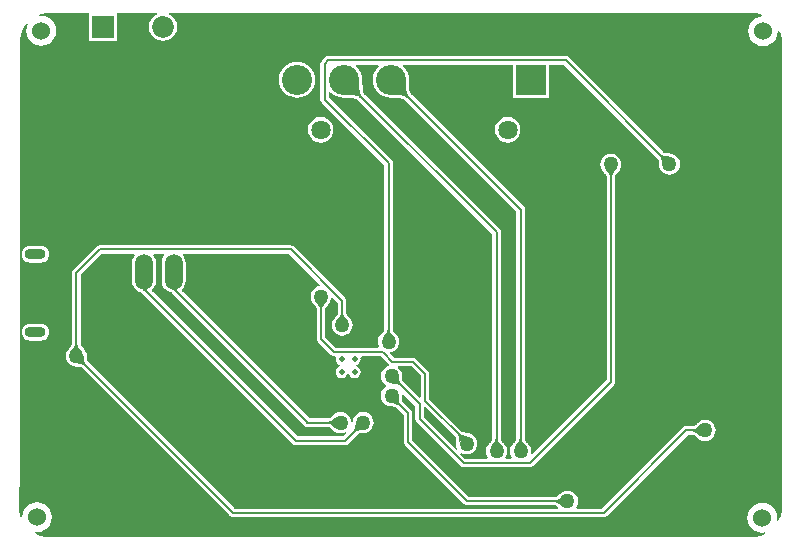
<source format=gbl>
G04*
G04 #@! TF.GenerationSoftware,Altium Limited,Altium Designer,19.1.5 (86)*
G04*
G04 Layer_Physical_Order=2*
G04 Layer_Color=16711680*
%FSLAX25Y25*%
%MOIN*%
G70*
G01*
G75*
%ADD53C,0.00800*%
%ADD54O,0.05937X0.11874*%
%ADD55C,0.06417*%
%ADD56R,0.10039X0.10039*%
%ADD57C,0.10039*%
%ADD58R,0.07284X0.07284*%
%ADD59C,0.07284*%
%ADD60O,0.07087X0.03543*%
%ADD61C,0.01968*%
%ADD62C,0.06000*%
%ADD63C,0.02362*%
%ADD64C,0.05000*%
G36*
X10000Y176171D02*
X23670D01*
X24158Y176142D01*
X24158Y175671D01*
Y166858D01*
X33442D01*
Y175671D01*
X33442Y176142D01*
X33930Y176171D01*
X46640D01*
X46740Y175671D01*
X46459Y175555D01*
X45489Y174811D01*
X44745Y173841D01*
X44278Y172712D01*
X44118Y171500D01*
X44278Y170288D01*
X44745Y169159D01*
X45489Y168190D01*
X46459Y167446D01*
X47588Y166978D01*
X48800Y166818D01*
X50012Y166978D01*
X51141Y167446D01*
X52110Y168190D01*
X52855Y169159D01*
X53322Y170288D01*
X53482Y171500D01*
X53322Y172712D01*
X52855Y173841D01*
X52110Y174811D01*
X51141Y175555D01*
X50860Y175671D01*
X50960Y176171D01*
X246100D01*
X246166Y176184D01*
X248017Y175816D01*
X248630Y175562D01*
X248563Y175048D01*
X247511Y174910D01*
X246310Y174413D01*
X245279Y173621D01*
X244488Y172590D01*
X243990Y171389D01*
X243820Y170100D01*
X243990Y168811D01*
X244488Y167610D01*
X245279Y166579D01*
X246310Y165787D01*
X247511Y165290D01*
X248800Y165120D01*
X250089Y165290D01*
X251290Y165787D01*
X252321Y166579D01*
X253113Y167610D01*
X253610Y168811D01*
X253780Y170100D01*
X254273Y170187D01*
X254716Y169117D01*
X255084Y167266D01*
X255071Y167200D01*
Y10400D01*
X255074Y10384D01*
X254716Y8583D01*
X253962Y6763D01*
X253927Y6712D01*
X253447Y6893D01*
X253580Y7900D01*
X253410Y9189D01*
X252912Y10390D01*
X252121Y11421D01*
X251090Y12212D01*
X249889Y12710D01*
X248600Y12880D01*
X247311Y12710D01*
X246110Y12212D01*
X245079Y11421D01*
X244287Y10390D01*
X243790Y9189D01*
X243620Y7900D01*
X243790Y6611D01*
X244287Y5410D01*
X245079Y4379D01*
X246110Y3588D01*
X247311Y3090D01*
X248600Y2920D01*
X249497Y3038D01*
X249627Y2551D01*
X248017Y1884D01*
X246085Y1500D01*
X9815D01*
X7883Y1884D01*
X6063Y2638D01*
X5923Y2732D01*
X6104Y3212D01*
X6800Y3120D01*
X8089Y3290D01*
X9290Y3788D01*
X10321Y4579D01*
X11112Y5610D01*
X11610Y6811D01*
X11780Y8100D01*
X11610Y9389D01*
X11112Y10590D01*
X10321Y11621D01*
X9290Y12412D01*
X8089Y12910D01*
X6800Y13080D01*
X5511Y12910D01*
X4310Y12412D01*
X3279Y11621D01*
X2488Y10590D01*
X1990Y9389D01*
X1846Y8293D01*
X1333Y8225D01*
X1184Y8583D01*
X826Y10384D01*
X829Y10400D01*
Y17690D01*
X913Y17815D01*
X1029Y18400D01*
Y167200D01*
X1016Y167266D01*
X1384Y169117D01*
X2138Y170937D01*
X3232Y172575D01*
X3345Y172687D01*
X3769Y172404D01*
X3390Y171489D01*
X3220Y170200D01*
X3390Y168911D01*
X3887Y167710D01*
X4679Y166679D01*
X5710Y165887D01*
X6911Y165390D01*
X8200Y165220D01*
X9489Y165390D01*
X10690Y165887D01*
X11721Y166679D01*
X12513Y167710D01*
X13010Y168911D01*
X13180Y170200D01*
X13010Y171489D01*
X12513Y172690D01*
X11721Y173721D01*
X10690Y174513D01*
X9489Y175010D01*
X8200Y175180D01*
X7693Y175113D01*
X7562Y175600D01*
X8083Y175816D01*
X9934Y176184D01*
X10000Y176171D01*
D02*
G37*
%LPC*%
G36*
X93547Y159949D02*
X92367Y159833D01*
X91233Y159488D01*
X90187Y158929D01*
X89270Y158177D01*
X88518Y157261D01*
X87959Y156215D01*
X87615Y155080D01*
X87498Y153900D01*
X87615Y152720D01*
X87959Y151585D01*
X88518Y150540D01*
X89270Y149623D01*
X90187Y148871D01*
X91233Y148312D01*
X92367Y147967D01*
X93547Y147851D01*
X94727Y147967D01*
X95862Y148312D01*
X96908Y148871D01*
X97824Y149623D01*
X98577Y150540D01*
X99136Y151585D01*
X99480Y152720D01*
X99596Y153900D01*
X99480Y155080D01*
X99136Y156215D01*
X98577Y157261D01*
X97824Y158177D01*
X96908Y158929D01*
X95862Y159488D01*
X94727Y159833D01*
X93547Y159949D01*
D02*
G37*
G36*
X163705Y141452D02*
X162606Y141307D01*
X161582Y140883D01*
X160703Y140209D01*
X160029Y139330D01*
X159604Y138306D01*
X159460Y137207D01*
X159604Y136108D01*
X160029Y135085D01*
X160703Y134205D01*
X161582Y133531D01*
X162606Y133107D01*
X163705Y132962D01*
X164803Y133107D01*
X165827Y133531D01*
X166706Y134205D01*
X167381Y135085D01*
X167805Y136108D01*
X167950Y137207D01*
X167805Y138306D01*
X167381Y139330D01*
X166706Y140209D01*
X165827Y140883D01*
X164803Y141307D01*
X163705Y141452D01*
D02*
G37*
G36*
X101342D02*
X100244Y141307D01*
X99220Y140883D01*
X98341Y140209D01*
X97666Y139330D01*
X97242Y138306D01*
X97097Y137207D01*
X97242Y136108D01*
X97666Y135085D01*
X98341Y134205D01*
X99220Y133531D01*
X100244Y133107D01*
X101342Y132962D01*
X102441Y133107D01*
X103465Y133531D01*
X104344Y134205D01*
X105019Y135085D01*
X105443Y136108D01*
X105587Y137207D01*
X105443Y138306D01*
X105019Y139330D01*
X104344Y140209D01*
X103465Y140883D01*
X102441Y141307D01*
X101342Y141452D01*
D02*
G37*
G36*
X183080Y161747D02*
X183080Y161747D01*
X103920D01*
X103373Y161638D01*
X102910Y161329D01*
X102910Y161329D01*
X101709Y160127D01*
X101399Y159664D01*
X101291Y159118D01*
X101291Y159118D01*
Y147282D01*
X101291Y147282D01*
X101399Y146736D01*
X101709Y146273D01*
X122573Y125409D01*
Y70527D01*
X122563Y70482D01*
X122532Y70392D01*
X122477Y70273D01*
X122394Y70128D01*
X122282Y69960D01*
X122148Y69782D01*
X121760Y69340D01*
X121567Y69144D01*
X121504Y69096D01*
X120943Y68365D01*
X120590Y67514D01*
X120470Y66600D01*
X120590Y65686D01*
X120843Y65077D01*
X120547Y64577D01*
X106542D01*
X102927Y68191D01*
Y77673D01*
X102937Y77718D01*
X102968Y77808D01*
X103023Y77927D01*
X103106Y78072D01*
X103218Y78240D01*
X103352Y78418D01*
X103740Y78860D01*
X103933Y79056D01*
X103996Y79104D01*
X104557Y79835D01*
X104910Y80686D01*
X104953Y81010D01*
X105426Y81171D01*
X107073Y79524D01*
Y76027D01*
X107063Y75982D01*
X107032Y75892D01*
X106977Y75773D01*
X106894Y75628D01*
X106782Y75460D01*
X106648Y75282D01*
X106260Y74840D01*
X106067Y74645D01*
X106004Y74596D01*
X105443Y73865D01*
X105090Y73014D01*
X104970Y72100D01*
X105090Y71186D01*
X105443Y70335D01*
X106004Y69604D01*
X106735Y69043D01*
X107586Y68690D01*
X108500Y68570D01*
X109414Y68690D01*
X110265Y69043D01*
X110996Y69604D01*
X111557Y70335D01*
X111910Y71186D01*
X112030Y72100D01*
X111910Y73014D01*
X111557Y73865D01*
X110996Y74596D01*
X110933Y74645D01*
X110740Y74840D01*
X110352Y75282D01*
X110218Y75460D01*
X110106Y75628D01*
X110023Y75773D01*
X109968Y75892D01*
X109937Y75982D01*
X109927Y76027D01*
Y80115D01*
X109927Y80115D01*
X109819Y80662D01*
X109509Y81125D01*
X109509Y81125D01*
X92325Y98309D01*
X91862Y98619D01*
X91315Y98727D01*
X91315Y98727D01*
X27700D01*
X27154Y98619D01*
X26691Y98309D01*
X26691Y98309D01*
X18864Y90483D01*
X18554Y90020D01*
X18446Y89473D01*
X18446Y89473D01*
Y65723D01*
X18436Y65678D01*
X18405Y65587D01*
X18349Y65466D01*
X18266Y65318D01*
X18154Y65148D01*
X18019Y64967D01*
X17633Y64518D01*
X17460Y64339D01*
X17404Y64296D01*
X16843Y63565D01*
X16490Y62714D01*
X16370Y61800D01*
X16490Y60886D01*
X16843Y60035D01*
X17404Y59304D01*
X18135Y58743D01*
X18986Y58390D01*
X19900Y58270D01*
X19979Y58280D01*
X20254Y58278D01*
X20840Y58240D01*
X21062Y58209D01*
X21259Y58170D01*
X21420Y58126D01*
X21543Y58080D01*
X21629Y58039D01*
X21667Y58014D01*
X71191Y8491D01*
X71191Y8491D01*
X71654Y8181D01*
X72200Y8073D01*
X72200Y8073D01*
X195700D01*
X195700Y8073D01*
X196246Y8181D01*
X196709Y8491D01*
X223791Y35573D01*
X225573D01*
X225618Y35563D01*
X225708Y35532D01*
X225827Y35477D01*
X225972Y35394D01*
X226140Y35282D01*
X226318Y35148D01*
X226760Y34760D01*
X226956Y34567D01*
X227004Y34504D01*
X227735Y33943D01*
X228586Y33590D01*
X229500Y33470D01*
X230414Y33590D01*
X231265Y33943D01*
X231996Y34504D01*
X232557Y35235D01*
X232910Y36086D01*
X233030Y37000D01*
X232910Y37914D01*
X232557Y38765D01*
X231996Y39496D01*
X231265Y40057D01*
X230414Y40410D01*
X229500Y40530D01*
X228586Y40410D01*
X227735Y40057D01*
X227004Y39496D01*
X226956Y39433D01*
X226760Y39240D01*
X226318Y38852D01*
X226140Y38718D01*
X225972Y38606D01*
X225827Y38523D01*
X225708Y38468D01*
X225618Y38437D01*
X225573Y38427D01*
X223200D01*
X222654Y38319D01*
X222191Y38009D01*
X222191Y38009D01*
X195109Y10927D01*
X186680D01*
X186459Y11376D01*
X186657Y11635D01*
X187010Y12486D01*
X187130Y13400D01*
X187010Y14314D01*
X186657Y15165D01*
X186096Y15896D01*
X185365Y16457D01*
X184514Y16810D01*
X183600Y16930D01*
X182686Y16810D01*
X181835Y16457D01*
X181104Y15896D01*
X181055Y15833D01*
X180860Y15640D01*
X180418Y15252D01*
X180240Y15118D01*
X180072Y15006D01*
X179927Y14923D01*
X179808Y14868D01*
X179718Y14837D01*
X179673Y14827D01*
X150791D01*
X131827Y33791D01*
Y42715D01*
X131719Y43262D01*
X131409Y43725D01*
X131409Y43725D01*
X128563Y46571D01*
X128541Y46606D01*
X128509Y46676D01*
X128476Y46777D01*
X128448Y46913D01*
X128427Y47082D01*
X128419Y47271D01*
X128446Y47801D01*
X128484Y48105D01*
X128478Y48201D01*
X128530Y48600D01*
X128493Y48881D01*
X128967Y49115D01*
X132929Y45153D01*
Y40729D01*
X132929Y40729D01*
X133037Y40182D01*
X133347Y39719D01*
X147975Y25091D01*
X147975Y25091D01*
X148438Y24781D01*
X148985Y24673D01*
X171000D01*
X171000Y24673D01*
X171546Y24781D01*
X172009Y25091D01*
X199109Y52191D01*
X199109Y52191D01*
X199419Y52654D01*
X199527Y53200D01*
X199527Y53200D01*
Y121773D01*
X199537Y121818D01*
X199568Y121908D01*
X199623Y122027D01*
X199706Y122172D01*
X199818Y122340D01*
X199952Y122518D01*
X200340Y122960D01*
X200533Y123155D01*
X200596Y123204D01*
X201157Y123935D01*
X201510Y124786D01*
X201630Y125700D01*
X201510Y126614D01*
X201157Y127465D01*
X200596Y128196D01*
X199865Y128757D01*
X199014Y129110D01*
X198100Y129230D01*
X197186Y129110D01*
X196335Y128757D01*
X195604Y128196D01*
X195043Y127465D01*
X194690Y126614D01*
X194570Y125700D01*
X194690Y124786D01*
X195043Y123935D01*
X195604Y123204D01*
X195667Y123155D01*
X195860Y122960D01*
X196248Y122518D01*
X196382Y122340D01*
X196494Y122172D01*
X196577Y122027D01*
X196632Y121908D01*
X196663Y121818D01*
X196673Y121773D01*
Y53791D01*
X171869Y28987D01*
X171526Y29136D01*
X171417Y29243D01*
X171530Y30100D01*
X171410Y31014D01*
X171057Y31865D01*
X170496Y32596D01*
X170433Y32645D01*
X170240Y32840D01*
X169852Y33282D01*
X169718Y33460D01*
X169606Y33628D01*
X169523Y33773D01*
X169468Y33892D01*
X169437Y33982D01*
X169427Y34027D01*
Y110628D01*
X169427Y110628D01*
X169319Y111175D01*
X169009Y111638D01*
X169009Y111638D01*
X131392Y149255D01*
X131343Y149316D01*
X131254Y149477D01*
X131152Y149733D01*
X131053Y150080D01*
X130963Y150513D01*
X130891Y151008D01*
X130769Y153043D01*
X130768Y153802D01*
X130777Y153900D01*
X130661Y155080D01*
X130317Y156215D01*
X129758Y157261D01*
X129006Y158177D01*
X128708Y158422D01*
X128876Y158892D01*
X165480D01*
Y147880D01*
X177520D01*
Y158892D01*
X182489D01*
X213814Y127568D01*
X213839Y127529D01*
X213880Y127443D01*
X213926Y127320D01*
X213970Y127159D01*
X214009Y126962D01*
X214040Y126740D01*
X214078Y126154D01*
X214080Y125879D01*
X214070Y125800D01*
X214190Y124886D01*
X214543Y124035D01*
X215104Y123304D01*
X215835Y122743D01*
X216686Y122390D01*
X217600Y122270D01*
X218514Y122390D01*
X219365Y122743D01*
X220096Y123304D01*
X220657Y124035D01*
X221010Y124886D01*
X221130Y125800D01*
X221010Y126714D01*
X220657Y127565D01*
X220096Y128296D01*
X219365Y128857D01*
X218514Y129210D01*
X217600Y129330D01*
X217521Y129320D01*
X217246Y129322D01*
X216660Y129360D01*
X216438Y129391D01*
X216241Y129430D01*
X216080Y129474D01*
X215957Y129520D01*
X215871Y129561D01*
X215832Y129586D01*
X184090Y161329D01*
X183627Y161638D01*
X183080Y161747D01*
D02*
G37*
G36*
X8040Y98488D02*
X4497D01*
X3773Y98392D01*
X3099Y98113D01*
X2520Y97669D01*
X2076Y97090D01*
X1797Y96416D01*
X1701Y95692D01*
X1797Y94969D01*
X2076Y94294D01*
X2520Y93715D01*
X3099Y93271D01*
X3773Y92992D01*
X4497Y92897D01*
X8040D01*
X8764Y92992D01*
X9438Y93271D01*
X10017Y93715D01*
X10461Y94294D01*
X10740Y94969D01*
X10836Y95692D01*
X10740Y96416D01*
X10461Y97090D01*
X10017Y97669D01*
X9438Y98113D01*
X8764Y98392D01*
X8040Y98488D01*
D02*
G37*
G36*
Y72503D02*
X4497D01*
X3773Y72408D01*
X3099Y72129D01*
X2520Y71685D01*
X2076Y71106D01*
X1797Y70431D01*
X1701Y69708D01*
X1797Y68984D01*
X2076Y68310D01*
X2520Y67731D01*
X3099Y67287D01*
X3773Y67008D01*
X4497Y66912D01*
X8040D01*
X8764Y67008D01*
X9438Y67287D01*
X10017Y67731D01*
X10461Y68310D01*
X10740Y68984D01*
X10836Y69708D01*
X10740Y70431D01*
X10461Y71106D01*
X10017Y71685D01*
X9438Y72129D01*
X8764Y72408D01*
X8040Y72503D01*
D02*
G37*
%LPD*%
G36*
X129749Y153012D02*
X129876Y150903D01*
X129959Y150336D01*
X130062Y149837D01*
X130186Y149405D01*
X130330Y149040D01*
X130494Y148744D01*
X130679Y148515D01*
X130113Y147949D01*
X129885Y148134D01*
X129588Y148299D01*
X129224Y148443D01*
X128792Y148566D01*
X128292Y148670D01*
X127725Y148752D01*
X126387Y148857D01*
X124778Y148881D01*
X129748Y153850D01*
X129749Y153012D01*
D02*
G37*
G36*
X114159D02*
X114285Y150903D01*
X114368Y150336D01*
X114471Y149837D01*
X114595Y149405D01*
X114739Y149040D01*
X114904Y148744D01*
X115088Y148515D01*
X114523Y147949D01*
X114294Y148134D01*
X113997Y148299D01*
X113633Y148443D01*
X113201Y148566D01*
X112702Y148670D01*
X112134Y148752D01*
X110797Y148857D01*
X109188Y148881D01*
X114157Y153850D01*
X114159Y153012D01*
D02*
G37*
G36*
X215212Y128773D02*
X215371Y128671D01*
X215557Y128580D01*
X215768Y128503D01*
X216005Y128438D01*
X216268Y128385D01*
X216556Y128345D01*
X217210Y128302D01*
X217575Y128300D01*
X215100Y125825D01*
X215098Y126190D01*
X215055Y126844D01*
X215015Y127132D01*
X214962Y127395D01*
X214897Y127631D01*
X214820Y127843D01*
X214729Y128029D01*
X214627Y128189D01*
X214511Y128323D01*
X215077Y128888D01*
X215212Y128773D01*
D02*
G37*
G36*
X199593Y123655D02*
X199162Y123162D01*
X198986Y122930D01*
X198837Y122707D01*
X198716Y122494D01*
X198621Y122290D01*
X198554Y122094D01*
X198513Y121909D01*
X198500Y121732D01*
X197700D01*
X197687Y121909D01*
X197646Y122094D01*
X197579Y122290D01*
X197484Y122494D01*
X197362Y122707D01*
X197214Y122930D01*
X197038Y123162D01*
X196607Y123655D01*
X196350Y123915D01*
X199850D01*
X199593Y123655D01*
D02*
G37*
G36*
X43512Y84159D02*
X43437Y84137D01*
X43387Y84102D01*
X43363Y84052D01*
X43364Y83988D01*
X43390Y83910D01*
X43442Y83818D01*
X43520Y83712D01*
X43623Y83592D01*
X43751Y83458D01*
X42680Y83398D01*
X42529Y83543D01*
X42242Y83786D01*
X42104Y83885D01*
X41971Y83969D01*
X41842Y84037D01*
X41717Y84091D01*
X41597Y84128D01*
X41481Y84151D01*
X41369Y84158D01*
X43613Y84166D01*
X43512Y84159D01*
D02*
G37*
G36*
X53493Y84221D02*
X53424Y84193D01*
X53379Y84153D01*
X53358Y84099D01*
X53362Y84032D01*
X53390Y83952D01*
X53443Y83860D01*
X53520Y83754D01*
X53622Y83636D01*
X53747Y83504D01*
X52744Y83376D01*
X52599Y83515D01*
X52323Y83747D01*
X52192Y83840D01*
X52065Y83917D01*
X51943Y83979D01*
X51825Y84025D01*
X51712Y84056D01*
X51603Y84071D01*
X51498Y84071D01*
X53586Y84236D01*
X53493Y84221D01*
D02*
G37*
G36*
X102994Y79555D02*
X102561Y79062D01*
X102386Y78830D01*
X102237Y78607D01*
X102116Y78394D01*
X102022Y78189D01*
X101954Y77994D01*
X101913Y77809D01*
X101900Y77632D01*
X101100D01*
X101086Y77809D01*
X101046Y77994D01*
X100979Y78189D01*
X100884Y78394D01*
X100762Y78607D01*
X100614Y78830D01*
X100438Y79062D01*
X100006Y79555D01*
X99750Y79815D01*
X103250D01*
X102994Y79555D01*
D02*
G37*
G36*
X108914Y75891D02*
X108954Y75706D01*
X109021Y75511D01*
X109116Y75306D01*
X109238Y75093D01*
X109386Y74870D01*
X109562Y74638D01*
X109994Y74145D01*
X110250Y73885D01*
X106750D01*
X107007Y74145D01*
X107439Y74638D01*
X107614Y74870D01*
X107763Y75093D01*
X107884Y75306D01*
X107978Y75511D01*
X108046Y75706D01*
X108087Y75891D01*
X108100Y76068D01*
X108900D01*
X108914Y75891D01*
D02*
G37*
G36*
X124414Y70391D02*
X124454Y70206D01*
X124522Y70011D01*
X124616Y69806D01*
X124738Y69593D01*
X124886Y69370D01*
X125062Y69138D01*
X125494Y68645D01*
X125750Y68385D01*
X122250D01*
X122506Y68645D01*
X122939Y69138D01*
X123114Y69370D01*
X123263Y69593D01*
X123384Y69806D01*
X123478Y70011D01*
X123546Y70206D01*
X123586Y70391D01*
X123600Y70568D01*
X124400D01*
X124414Y70391D01*
D02*
G37*
G36*
X20287Y65595D02*
X20327Y65408D01*
X20395Y65213D01*
X20490Y65010D01*
X20613Y64797D01*
X20762Y64576D01*
X20938Y64346D01*
X21373Y63860D01*
X21631Y63604D01*
X18131Y63566D01*
X18386Y63830D01*
X18815Y64329D01*
X18990Y64563D01*
X19138Y64788D01*
X19259Y65003D01*
X19352Y65207D01*
X19420Y65403D01*
X19460Y65588D01*
X19473Y65763D01*
X20273Y65772D01*
X20287Y65595D01*
D02*
G37*
G36*
X22402Y61410D02*
X22445Y60756D01*
X22485Y60468D01*
X22538Y60205D01*
X22603Y59968D01*
X22680Y59757D01*
X22771Y59571D01*
X22873Y59412D01*
X22988Y59277D01*
X22423Y58711D01*
X22288Y58827D01*
X22129Y58930D01*
X21943Y59020D01*
X21732Y59097D01*
X21495Y59162D01*
X21232Y59215D01*
X20944Y59255D01*
X20290Y59298D01*
X19925Y59300D01*
X22400Y61775D01*
X22402Y61410D01*
D02*
G37*
G36*
X127502Y54710D02*
X127545Y54056D01*
X127585Y53768D01*
X127638Y53505D01*
X127703Y53268D01*
X127780Y53057D01*
X127871Y52872D01*
X127973Y52711D01*
X128088Y52577D01*
X127523Y52012D01*
X127389Y52127D01*
X127228Y52229D01*
X127043Y52320D01*
X126831Y52397D01*
X126595Y52462D01*
X126332Y52515D01*
X126044Y52555D01*
X125390Y52598D01*
X125025Y52600D01*
X127500Y55075D01*
X127502Y54710D01*
D02*
G37*
G36*
X134729Y55353D02*
Y48044D01*
X134266Y47852D01*
X128786Y53333D01*
X128761Y53371D01*
X128720Y53457D01*
X128674Y53580D01*
X128630Y53741D01*
X128591Y53938D01*
X128560Y54160D01*
X128522Y54746D01*
X128520Y55021D01*
X128530Y55100D01*
X128410Y56014D01*
X128057Y56865D01*
X127496Y57596D01*
X127081Y57915D01*
X127251Y58415D01*
X131667D01*
X134729Y55353D01*
D02*
G37*
G36*
X127430Y47891D02*
X127399Y47275D01*
X127410Y46999D01*
X127441Y46746D01*
X127490Y46515D01*
X127557Y46306D01*
X127642Y46120D01*
X127746Y45955D01*
X127868Y45813D01*
X127224Y45326D01*
X127101Y45431D01*
X126950Y45530D01*
X126769Y45623D01*
X126559Y45711D01*
X126320Y45793D01*
X126051Y45870D01*
X125425Y46006D01*
X124682Y46120D01*
X127473Y48233D01*
X127430Y47891D01*
D02*
G37*
G36*
X106215Y37850D02*
X105955Y38107D01*
X105462Y38539D01*
X105230Y38714D01*
X105007Y38862D01*
X104794Y38984D01*
X104589Y39079D01*
X104394Y39146D01*
X104209Y39186D01*
X104032Y39200D01*
Y40000D01*
X104209Y40014D01*
X104394Y40054D01*
X104589Y40121D01*
X104794Y40216D01*
X105007Y40337D01*
X105230Y40486D01*
X105462Y40661D01*
X105955Y41094D01*
X106215Y41350D01*
Y37850D01*
D02*
G37*
G36*
X115475Y37100D02*
X115110Y37098D01*
X114456Y37055D01*
X114168Y37015D01*
X113905Y36962D01*
X113669Y36897D01*
X113457Y36820D01*
X113271Y36729D01*
X113111Y36627D01*
X112977Y36511D01*
X112411Y37077D01*
X112527Y37211D01*
X112629Y37372D01*
X112720Y37557D01*
X112797Y37769D01*
X112862Y38005D01*
X112915Y38268D01*
X112955Y38556D01*
X112998Y39210D01*
X113000Y39575D01*
X115475Y37100D01*
D02*
G37*
G36*
X101071Y85526D02*
X100910Y85053D01*
X100586Y85010D01*
X99735Y84657D01*
X99004Y84096D01*
X98443Y83365D01*
X98090Y82514D01*
X97970Y81600D01*
X98090Y80686D01*
X98443Y79835D01*
X99004Y79104D01*
X99067Y79056D01*
X99260Y78860D01*
X99648Y78418D01*
X99782Y78240D01*
X99894Y78072D01*
X99977Y77927D01*
X100032Y77808D01*
X100063Y77718D01*
X100073Y77673D01*
Y67600D01*
X100073Y67600D01*
X100181Y67054D01*
X100491Y66591D01*
X104941Y62140D01*
X104941Y62140D01*
X105404Y61831D01*
X105950Y61722D01*
X105950Y61722D01*
X106032D01*
X106402Y61222D01*
X106312Y60765D01*
X106465Y59991D01*
X106904Y59335D01*
X107560Y58896D01*
X107768Y58855D01*
Y58345D01*
X107560Y58304D01*
X106904Y57865D01*
X106465Y57209D01*
X106312Y56435D01*
X106465Y55660D01*
X106904Y55004D01*
X107560Y54566D01*
X108335Y54412D01*
X109109Y54566D01*
X109765Y55004D01*
X110204Y55660D01*
X110245Y55868D01*
X110755D01*
X110796Y55660D01*
X111235Y55004D01*
X111891Y54566D01*
X112665Y54412D01*
X113440Y54566D01*
X114096Y55004D01*
X114534Y55660D01*
X114689Y56435D01*
X114534Y57209D01*
X114096Y57865D01*
X113440Y58304D01*
X113232Y58345D01*
Y58855D01*
X113440Y58896D01*
X114096Y59335D01*
X114534Y59991D01*
X114689Y60765D01*
X114598Y61222D01*
X114968Y61722D01*
X121344D01*
X121375Y61691D01*
X121375Y61691D01*
X124056Y59010D01*
X124064Y58868D01*
X123950Y58467D01*
X123935Y58447D01*
X123235Y58157D01*
X122504Y57596D01*
X121943Y56865D01*
X121590Y56014D01*
X121470Y55100D01*
X121590Y54186D01*
X121943Y53335D01*
X122504Y52604D01*
X123103Y52144D01*
X123145Y51988D01*
Y51712D01*
X123103Y51556D01*
X122504Y51096D01*
X121943Y50365D01*
X121590Y49514D01*
X121470Y48600D01*
X121590Y47686D01*
X121943Y46835D01*
X122504Y46104D01*
X123235Y45543D01*
X124086Y45190D01*
X124443Y45143D01*
X124528Y45112D01*
X125239Y45003D01*
X125802Y44881D01*
X126014Y44820D01*
X126197Y44758D01*
X126338Y44699D01*
X126436Y44648D01*
X126473Y44623D01*
X128973Y42124D01*
Y33200D01*
X128973Y33200D01*
X129081Y32654D01*
X129391Y32191D01*
X149191Y12391D01*
X149191Y12391D01*
X149654Y12081D01*
X150200Y11973D01*
X150200Y11973D01*
X179673D01*
X179718Y11963D01*
X179808Y11932D01*
X179927Y11877D01*
X180072Y11794D01*
X180240Y11682D01*
X180418Y11548D01*
X180555Y11427D01*
X180367Y10927D01*
X72791D01*
X23686Y60032D01*
X23661Y60071D01*
X23620Y60157D01*
X23574Y60280D01*
X23530Y60441D01*
X23491Y60638D01*
X23460Y60860D01*
X23422Y61446D01*
X23420Y61721D01*
X23430Y61800D01*
X23310Y62714D01*
X22957Y63565D01*
X22396Y64296D01*
X22328Y64349D01*
X22113Y64562D01*
X21724Y64997D01*
X21590Y65172D01*
X21478Y65337D01*
X21396Y65480D01*
X21341Y65597D01*
X21310Y65686D01*
X21301Y65731D01*
Y88882D01*
X28291Y95873D01*
X39177D01*
X39423Y95373D01*
X39012Y94837D01*
X38612Y93871D01*
X38476Y92835D01*
Y86898D01*
X38612Y85862D01*
X39012Y84897D01*
X39648Y84068D01*
X40477Y83432D01*
X40902Y83256D01*
X40918Y83243D01*
X40953Y83234D01*
X40982Y83215D01*
X41019Y83207D01*
X41443Y83032D01*
X41567Y83016D01*
X41613Y82982D01*
X41802Y82823D01*
X92034Y32591D01*
X92034Y32591D01*
X92497Y32281D01*
X93043Y32173D01*
X93043Y32173D01*
X109500D01*
X109500Y32173D01*
X110046Y32281D01*
X110509Y32591D01*
X113733Y35814D01*
X113771Y35839D01*
X113857Y35880D01*
X113980Y35925D01*
X114141Y35970D01*
X114338Y36009D01*
X114560Y36040D01*
X115146Y36078D01*
X115421Y36080D01*
X115500Y36070D01*
X116414Y36190D01*
X117265Y36543D01*
X117996Y37104D01*
X118557Y37835D01*
X118910Y38686D01*
X119030Y39600D01*
X118910Y40514D01*
X118557Y41365D01*
X117996Y42096D01*
X117265Y42657D01*
X116414Y43010D01*
X115500Y43130D01*
X114586Y43010D01*
X113735Y42657D01*
X113004Y42096D01*
X112443Y41365D01*
X112090Y40514D01*
X112002Y39846D01*
X111498D01*
X111410Y40514D01*
X111057Y41365D01*
X110496Y42096D01*
X109765Y42657D01*
X108914Y43010D01*
X108000Y43130D01*
X107086Y43010D01*
X106235Y42657D01*
X105504Y42096D01*
X105456Y42033D01*
X105260Y41840D01*
X104818Y41452D01*
X104640Y41318D01*
X104472Y41206D01*
X104327Y41123D01*
X104208Y41068D01*
X104118Y41037D01*
X104073Y41027D01*
X97677D01*
X55120Y83585D01*
X55152Y84068D01*
X55788Y84897D01*
X56188Y85862D01*
X56324Y86898D01*
Y92835D01*
X56188Y93871D01*
X55788Y94837D01*
X55377Y95373D01*
X55623Y95873D01*
X90724D01*
X101071Y85526D01*
D02*
G37*
G36*
X227715Y35250D02*
X227455Y35506D01*
X226962Y35939D01*
X226730Y36114D01*
X226507Y36263D01*
X226294Y36384D01*
X226090Y36478D01*
X225894Y36546D01*
X225709Y36586D01*
X225532Y36600D01*
Y37400D01*
X225709Y37413D01*
X225894Y37454D01*
X226090Y37521D01*
X226294Y37616D01*
X226507Y37738D01*
X226730Y37886D01*
X226962Y38061D01*
X227455Y38493D01*
X227715Y38750D01*
Y35250D01*
D02*
G37*
G36*
X49266Y95373D02*
X48855Y94837D01*
X48455Y93871D01*
X48318Y92835D01*
Y86898D01*
X48455Y85862D01*
X48855Y84897D01*
X49491Y84068D01*
X50320Y83432D01*
X51285Y83032D01*
X51634Y82986D01*
X51700Y82939D01*
X51875Y82793D01*
X95556Y39112D01*
X95567Y39054D01*
X95876Y38591D01*
X96340Y38281D01*
X96886Y38173D01*
X104073D01*
X104118Y38163D01*
X104208Y38132D01*
X104327Y38077D01*
X104472Y37994D01*
X104640Y37882D01*
X104818Y37748D01*
X105260Y37360D01*
X105456Y37167D01*
X105504Y37104D01*
X106235Y36543D01*
X107086Y36190D01*
X108000Y36070D01*
X108914Y36190D01*
X109765Y36543D01*
X110012Y36131D01*
X108909Y35027D01*
X93635D01*
X45173Y83489D01*
X45205Y83988D01*
X45309Y84068D01*
X45945Y84897D01*
X46345Y85862D01*
X46481Y86898D01*
Y92835D01*
X46345Y93871D01*
X45945Y94837D01*
X45534Y95373D01*
X45781Y95873D01*
X49019D01*
X49266Y95373D01*
D02*
G37*
G36*
X147908Y35775D02*
X148059Y35676D01*
X148240Y35583D01*
X148450Y35494D01*
X148689Y35412D01*
X148958Y35334D01*
X149585Y35195D01*
X150329Y35078D01*
X147529Y32978D01*
X147573Y33319D01*
X147607Y33934D01*
X147596Y34209D01*
X147566Y34462D01*
X147518Y34692D01*
X147451Y34901D01*
X147365Y35088D01*
X147262Y35252D01*
X147139Y35395D01*
X147787Y35879D01*
X147908Y35775D01*
D02*
G37*
G36*
X168413Y33891D02*
X168454Y33706D01*
X168521Y33511D01*
X168616Y33306D01*
X168737Y33093D01*
X168886Y32870D01*
X169062Y32638D01*
X169493Y32145D01*
X169750Y31885D01*
X166250D01*
X166507Y32145D01*
X166938Y32638D01*
X167114Y32870D01*
X167262Y33093D01*
X167384Y33306D01*
X167479Y33511D01*
X167546Y33706D01*
X167587Y33891D01*
X167600Y34068D01*
X168400D01*
X168413Y33891D01*
D02*
G37*
G36*
X160414D02*
X160454Y33706D01*
X160521Y33511D01*
X160616Y33306D01*
X160738Y33093D01*
X160886Y32870D01*
X161062Y32638D01*
X161494Y32145D01*
X161750Y31885D01*
X158250D01*
X158507Y32145D01*
X158939Y32638D01*
X159114Y32870D01*
X159263Y33093D01*
X159384Y33306D01*
X159478Y33511D01*
X159546Y33706D01*
X159587Y33891D01*
X159600Y34068D01*
X160400D01*
X160414Y33891D01*
D02*
G37*
G36*
X146444Y34637D02*
X146467Y34602D01*
X146498Y34532D01*
X146530Y34432D01*
X146559Y34297D01*
X146578Y34129D01*
X146586Y33941D01*
X146557Y33413D01*
X146518Y33110D01*
X146524Y33014D01*
X146470Y32600D01*
X146590Y31686D01*
X146943Y30835D01*
X146536Y30567D01*
X135783Y41320D01*
Y44645D01*
X136245Y44836D01*
X146444Y34637D01*
D02*
G37*
G36*
X104861Y149623D02*
X105777Y148871D01*
X106823Y148312D01*
X107958Y147967D01*
X109138Y147851D01*
X109230Y147860D01*
X110749Y147838D01*
X112021Y147739D01*
X112525Y147665D01*
X112957Y147575D01*
X113305Y147476D01*
X113561Y147375D01*
X113722Y147285D01*
X113782Y147237D01*
X158573Y102446D01*
Y34027D01*
X158563Y33982D01*
X158532Y33892D01*
X158477Y33773D01*
X158394Y33628D01*
X158282Y33460D01*
X158148Y33282D01*
X157760Y32840D01*
X157567Y32645D01*
X157504Y32596D01*
X156943Y31865D01*
X156590Y31014D01*
X156470Y30100D01*
X156590Y29186D01*
X156943Y28335D01*
X157179Y28027D01*
X156932Y27527D01*
X149576D01*
X147967Y29136D01*
X148235Y29543D01*
X149086Y29190D01*
X150000Y29070D01*
X150914Y29190D01*
X151765Y29543D01*
X152496Y30104D01*
X153057Y30835D01*
X153410Y31686D01*
X153530Y32600D01*
X153410Y33514D01*
X153057Y34365D01*
X152496Y35096D01*
X151765Y35657D01*
X150914Y36010D01*
X150570Y36055D01*
X150487Y36085D01*
X149775Y36198D01*
X149210Y36323D01*
X148997Y36384D01*
X148814Y36447D01*
X148672Y36507D01*
X148574Y36558D01*
X148536Y36582D01*
X137583Y47535D01*
Y55944D01*
X137583Y55944D01*
X137475Y56490D01*
X137165Y56953D01*
X137165Y56954D01*
X133267Y60852D01*
X132804Y61161D01*
X132258Y61270D01*
X132258Y61270D01*
X125833D01*
X124429Y62674D01*
X124590Y63147D01*
X124914Y63190D01*
X125765Y63543D01*
X126496Y64104D01*
X127057Y64835D01*
X127410Y65686D01*
X127530Y66600D01*
X127410Y67514D01*
X127057Y68365D01*
X126496Y69096D01*
X126433Y69144D01*
X126240Y69340D01*
X125852Y69782D01*
X125718Y69960D01*
X125606Y70128D01*
X125523Y70273D01*
X125468Y70392D01*
X125437Y70482D01*
X125427Y70527D01*
Y126000D01*
X125427Y126000D01*
X125319Y126546D01*
X125009Y127009D01*
X125009Y127009D01*
X104146Y147873D01*
Y149752D01*
X104616Y149921D01*
X104861Y149623D01*
D02*
G37*
G36*
X120749Y158422D02*
X120451Y158177D01*
X119699Y157261D01*
X119140Y156215D01*
X118796Y155080D01*
X118679Y153900D01*
X118796Y152720D01*
X119140Y151585D01*
X119699Y150540D01*
X120451Y149623D01*
X121368Y148871D01*
X122414Y148312D01*
X123548Y147967D01*
X124728Y147851D01*
X124820Y147860D01*
X126340Y147838D01*
X127611Y147739D01*
X128115Y147665D01*
X128548Y147575D01*
X128895Y147476D01*
X129151Y147375D01*
X129313Y147285D01*
X129373Y147237D01*
X166573Y110037D01*
Y34027D01*
X166563Y33982D01*
X166532Y33892D01*
X166477Y33773D01*
X166394Y33628D01*
X166282Y33460D01*
X166148Y33282D01*
X165760Y32840D01*
X165567Y32645D01*
X165504Y32596D01*
X164943Y31865D01*
X164590Y31014D01*
X164470Y30100D01*
X164590Y29186D01*
X164943Y28335D01*
X165179Y28027D01*
X164932Y27527D01*
X163068D01*
X162821Y28027D01*
X163057Y28335D01*
X163410Y29186D01*
X163530Y30100D01*
X163410Y31014D01*
X163057Y31865D01*
X162496Y32596D01*
X162433Y32645D01*
X162240Y32840D01*
X161852Y33282D01*
X161718Y33460D01*
X161606Y33628D01*
X161523Y33773D01*
X161468Y33892D01*
X161437Y33982D01*
X161427Y34027D01*
Y103038D01*
X161427Y103038D01*
X161319Y103584D01*
X161009Y104047D01*
X161009Y104047D01*
X115801Y149255D01*
X115752Y149316D01*
X115663Y149477D01*
X115562Y149733D01*
X115462Y150080D01*
X115373Y150513D01*
X115301Y151008D01*
X115178Y153043D01*
X115177Y153802D01*
X115187Y153900D01*
X115070Y155080D01*
X114726Y156215D01*
X114167Y157261D01*
X113415Y158177D01*
X113117Y158422D01*
X113286Y158892D01*
X120580D01*
X120749Y158422D01*
D02*
G37*
G36*
X181815Y11650D02*
X181555Y11907D01*
X181062Y12338D01*
X180830Y12514D01*
X180607Y12663D01*
X180394Y12784D01*
X180190Y12878D01*
X179994Y12946D01*
X179809Y12987D01*
X179632Y13000D01*
Y13800D01*
X179809Y13814D01*
X179994Y13854D01*
X180190Y13922D01*
X180394Y14016D01*
X180607Y14138D01*
X180830Y14286D01*
X181062Y14461D01*
X181555Y14894D01*
X181815Y15150D01*
Y11650D01*
D02*
G37*
D53*
X124728Y153900D02*
X168000Y110628D01*
Y30100D02*
Y110628D01*
X195700Y9500D02*
X223200Y37000D01*
X72200Y9500D02*
X195700D01*
X19900Y61800D02*
X72200Y9500D01*
X130400Y33200D02*
X150200Y13400D01*
X183600D01*
X130400Y33200D02*
Y42715D01*
X125000Y48115D02*
X130400Y42715D01*
X125000Y48115D02*
Y48600D01*
X124000Y66600D02*
Y126000D01*
X102718Y147282D02*
X124000Y126000D01*
X102718Y147282D02*
Y159118D01*
X103920Y160320D01*
X183080D01*
X217600Y125800D01*
X223200Y37000D02*
X229500D01*
X19873Y61600D02*
Y89473D01*
X160000Y30100D02*
Y103038D01*
X109138Y153900D02*
X160000Y103038D01*
X108500Y72100D02*
Y80115D01*
X91315Y97300D02*
X108500Y80115D01*
X27700Y97300D02*
X91315D01*
X19873Y89473D02*
X27700Y97300D01*
X171000Y26100D02*
X198100Y53200D01*
Y125700D01*
X42079Y84565D02*
X93043Y33600D01*
X42079Y84565D02*
Y87533D01*
X51821Y84865D02*
X96786Y39900D01*
X51821Y84865D02*
Y87833D01*
X150000Y32600D02*
Y33100D01*
X136156Y46944D02*
X150000Y33100D01*
X136156Y46944D02*
Y55944D01*
X134356Y40729D02*
X148985Y26100D01*
X134356Y40729D02*
Y45744D01*
X148985Y26100D02*
X171000D01*
X125000Y55100D02*
X134356Y45744D01*
X101500Y67600D02*
X105950Y63150D01*
X121935D01*
X122385Y62700D02*
Y62700D01*
X121935Y63150D02*
X122385Y62700D01*
Y62700D02*
X125242Y59842D01*
X132258D01*
X136156Y55944D01*
X101500Y67600D02*
Y81600D01*
X93043Y33600D02*
X109500D01*
X115500Y39600D01*
X96886D02*
X108000D01*
D54*
X52321Y89867D02*
D03*
X42479D02*
D03*
D55*
X163705Y137207D02*
D03*
X101342D02*
D03*
D56*
X171500Y153900D02*
D03*
D57*
X155909D02*
D03*
X140319D02*
D03*
X124728D02*
D03*
X109138D02*
D03*
X93547D02*
D03*
D58*
X28800Y171500D02*
D03*
D59*
X48800D02*
D03*
D60*
X6268Y69708D02*
D03*
Y95692D02*
D03*
D61*
Y69708D02*
D03*
Y95692D02*
D03*
X108335Y56435D02*
D03*
Y60765D02*
D03*
X112665Y56435D02*
D03*
Y60765D02*
D03*
D62*
X8200Y170200D02*
D03*
X248800Y170100D02*
D03*
X6800Y8100D02*
D03*
X248600Y7900D02*
D03*
D63*
X248425Y163431D02*
D03*
X242520Y151620D02*
D03*
X248425Y139809D02*
D03*
X242520Y127998D02*
D03*
X248425Y116186D02*
D03*
X242520Y104376D02*
D03*
X248425Y92564D02*
D03*
X242520Y57131D02*
D03*
Y33509D02*
D03*
Y9887D02*
D03*
X236614Y163431D02*
D03*
X230709Y151620D02*
D03*
X236614Y139809D02*
D03*
Y116186D02*
D03*
X230709Y104376D02*
D03*
X236614Y92564D02*
D03*
X230709Y80753D02*
D03*
X236614Y68942D02*
D03*
X230709Y57131D02*
D03*
X236614Y45320D02*
D03*
Y21698D02*
D03*
X218898Y151620D02*
D03*
X224803Y116186D02*
D03*
Y92564D02*
D03*
X218898Y80753D02*
D03*
X224803Y68942D02*
D03*
X218898Y57131D02*
D03*
X224803Y45320D02*
D03*
Y21698D02*
D03*
X218898Y9887D02*
D03*
X212992Y163431D02*
D03*
X207086Y151620D02*
D03*
X212992Y139809D02*
D03*
Y116186D02*
D03*
Y92564D02*
D03*
Y68942D02*
D03*
Y45320D02*
D03*
Y21698D02*
D03*
X207086Y9887D02*
D03*
X201181Y163431D02*
D03*
Y116186D02*
D03*
X195275Y104376D02*
D03*
X201181Y92564D02*
D03*
X195275Y80753D02*
D03*
Y57131D02*
D03*
Y33509D02*
D03*
X201181Y21698D02*
D03*
X189370Y163431D02*
D03*
X183465Y151620D02*
D03*
X189370Y139809D02*
D03*
X183465Y104376D02*
D03*
X189370Y92564D02*
D03*
X183465Y80753D02*
D03*
X189370Y68942D02*
D03*
X183465Y57131D02*
D03*
Y33509D02*
D03*
X189370Y21698D02*
D03*
X177559Y163431D02*
D03*
Y139809D02*
D03*
X171653Y127998D02*
D03*
X177559Y116186D02*
D03*
X171653Y104376D02*
D03*
X177559Y92564D02*
D03*
X171653Y80753D02*
D03*
Y57131D02*
D03*
X177559Y45320D02*
D03*
X171653Y33509D02*
D03*
X177559Y21698D02*
D03*
X165748Y163431D02*
D03*
X159842Y127998D02*
D03*
X165748Y21698D02*
D03*
X148031Y151620D02*
D03*
X153937Y139809D02*
D03*
Y116186D02*
D03*
X148031Y80753D02*
D03*
X153937Y68942D02*
D03*
X148031Y57131D02*
D03*
X153937Y21698D02*
D03*
X136220Y104376D02*
D03*
Y80753D02*
D03*
X142126Y68942D02*
D03*
X136220Y33509D02*
D03*
X130315Y139809D02*
D03*
Y116186D02*
D03*
Y92564D02*
D03*
Y21698D02*
D03*
X118504Y139809D02*
D03*
X112598Y127998D02*
D03*
X118504Y116186D02*
D03*
X112598Y104376D02*
D03*
X118504Y92564D02*
D03*
Y21698D02*
D03*
X100787Y127998D02*
D03*
X106693Y45320D02*
D03*
Y21698D02*
D03*
X94882Y139809D02*
D03*
X88976Y127998D02*
D03*
Y104376D02*
D03*
Y80753D02*
D03*
X94882Y68942D02*
D03*
X88976Y33509D02*
D03*
X83071Y163431D02*
D03*
X77165Y151620D02*
D03*
X83071Y139809D02*
D03*
X77165Y127998D02*
D03*
Y104376D02*
D03*
X83071Y92564D02*
D03*
Y68942D02*
D03*
X77165Y33509D02*
D03*
X83071Y21698D02*
D03*
X71260Y163431D02*
D03*
X65354Y127998D02*
D03*
Y104376D02*
D03*
X71260Y92564D02*
D03*
X65354Y80753D02*
D03*
X71260Y45320D02*
D03*
X65354Y33509D02*
D03*
X71260Y21698D02*
D03*
X65354Y9887D02*
D03*
X53543Y151620D02*
D03*
X59449Y139809D02*
D03*
X53543Y127998D02*
D03*
X59449Y116186D02*
D03*
X53543Y104376D02*
D03*
X59449Y92564D02*
D03*
Y45320D02*
D03*
X53543Y33509D02*
D03*
Y9887D02*
D03*
X47638Y163431D02*
D03*
Y139809D02*
D03*
Y116186D02*
D03*
X41732Y80753D02*
D03*
X47638Y68942D02*
D03*
X41732Y57131D02*
D03*
X47638Y45320D02*
D03*
X41732Y33509D02*
D03*
X47638Y21698D02*
D03*
X41732Y9887D02*
D03*
X29921Y151620D02*
D03*
X35827Y139809D02*
D03*
X29921Y127998D02*
D03*
X35827Y116186D02*
D03*
X29921Y104376D02*
D03*
Y57131D02*
D03*
Y33509D02*
D03*
X35827Y21698D02*
D03*
X29921Y9887D02*
D03*
X24016Y163431D02*
D03*
X18110Y151620D02*
D03*
X24016Y139809D02*
D03*
X18110Y127998D02*
D03*
X24016Y116186D02*
D03*
X18110Y104376D02*
D03*
X24016Y68942D02*
D03*
Y45320D02*
D03*
X18110Y33509D02*
D03*
X24016Y21698D02*
D03*
X18110Y9887D02*
D03*
X12205Y163431D02*
D03*
X6299Y151620D02*
D03*
X12205Y139809D02*
D03*
X6299Y127998D02*
D03*
X12205Y116186D02*
D03*
X6299Y104376D02*
D03*
Y57131D02*
D03*
X12205Y45320D02*
D03*
X6299Y33509D02*
D03*
X12205Y21698D02*
D03*
D64*
X183600Y13400D02*
D03*
X229500Y37000D02*
D03*
X19900Y61800D02*
D03*
X198100Y125700D02*
D03*
X217600Y125800D02*
D03*
X150000Y32600D02*
D03*
X124000Y66600D02*
D03*
X168000Y30100D02*
D03*
X160000D02*
D03*
X101500Y81600D02*
D03*
X108500Y72100D02*
D03*
X125000Y55100D02*
D03*
Y48600D02*
D03*
X108000Y39600D02*
D03*
X115500D02*
D03*
M02*

</source>
